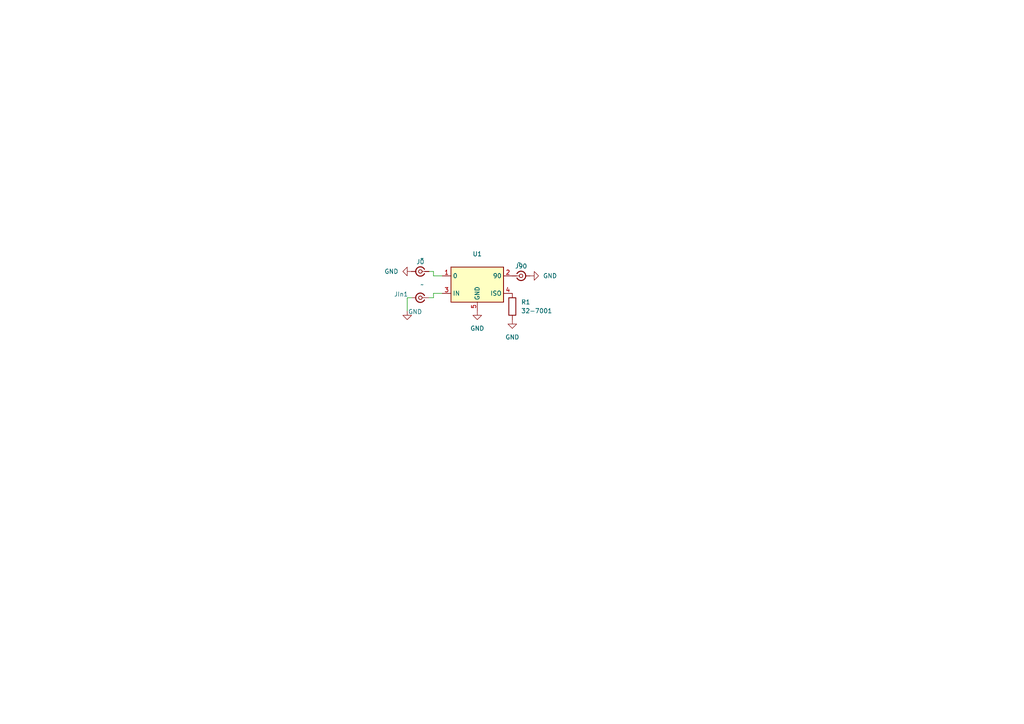
<source format=kicad_sch>
(kicad_sch (version 20231120) (generator "eeschema") (generator_version "8.0")
  (paper "A4")
  (lib_symbols
    (symbol "Connector:Conn_Coaxial_Small" (pin_numbers hide) (pin_names (offset 1.016) hide)
      (property "Reference" "J" (at 0.254 3.048 0))
      (property "Value" "Conn_Coaxial_Small" (at 0 -3.81 0))
      (symbol "Conn_Coaxial_Small_0_1"
        (polyline (pts (xy -2.54 0) (xy -0.508 0)))
        (circle (center 0 0) (radius 0.508) (stroke (width 0.2032)))
      )
      (symbol "Conn_Coaxial_Small_1_1"
        (arc (start -1.1916 -0.6311) (mid 0.327 -1.3081) (end 1.3484 0.0039) (stroke (width 0.3048)))
        (arc (start 1.3484 -0.0039) (mid 0.327 1.3081) (end -1.1916 0.6311) (stroke (width 0.3048)))
        (pin passive line (at -2.54 0 0) (length 1.27) (name "In") (number "1"))
        (pin passive line (at 2.54 0 180) (length 1.27) (name "Ext") (number "2"))
      )
    )
    (symbol "RfPowerLib:32-7001" (pin_numbers hide) (pin_names (offset 0))
      (property "Reference" "R" (at 2.032 0 90))
      (property "Value" "32-7001" (at 4.318 0 90))
      (symbol "32-7001_0_1"
        (rectangle (start -1.016 -2.54) (end 1.016 2.54) (stroke (width 0.254)))
      )
      (symbol "32-7001_1_1"
        (pin input line (at 0 3.81 270) (length 1.27) (name "~") (number "1"))
        (pin output line (at 0 -3.81 90) (length 1.27) (name "~") (number "2"))
      )
    )
    (symbol "Symbols:HybridCoupler"
      (property "Reference" "U" (at 0 0 0))
      (symbol "HybridCoupler_1_1"
        (rectangle (start -6.35 -1.27) (end 8.89 -11.43) (stroke (width 0.254)) (fill (type background)))
        (pin output line (at -8.89 -3.81 0) (length 2.54) (name "0") (number "1"))
        (pin output line (at 11.43 -3.81 180) (length 2.54) (name "90") (number "2"))
        (pin input line (at -8.89 -8.89 0) (length 2.54) (name "IN") (number "3"))
        (pin output line (at 11.43 -8.89 180) (length 2.54) (name "ISO") (number "4"))
        (pin output line (at 1.27 -13.97 90) (length 2.54) (name "GND") (number "5"))
      )
    )
    (symbol "power:GND" (power) (pin_numbers hide) (pin_names (offset 0) hide)
      (property "Value" "GND" (at 0 -3.81 0))
      (symbol "GND_0_1"
        (polyline (pts (xy 0 0) (xy 0 -1.27) (xy 1.27 -1.27) (xy 0 -2.54) (xy -1.27 -1.27) (xy 0 -1.27)))
      )
      (symbol "GND_1_1"
        (pin power_in line (at 0 0 270) (length 0) (name "~") (number "1"))
      )
    )
  )
  (wire (pts (xy 124.46 86.36) (xy 125.73 86.36)))
  (wire (pts (xy 124.46 78.74) (xy 125.73 78.74)))
  (wire (pts (xy 125.73 78.74) (xy 125.73 80.01)))
  (wire (pts (xy 125.73 80.01) (xy 128.27 80.01)))
  (wire (pts (xy 118.11 90.17) (xy 118.11 86.36)))
  (wire (pts (xy 119.38 86.36) (xy 118.11 86.36)))
  (wire (pts (xy 125.73 85.09) (xy 128.27 85.09)))
  (wire (pts (xy 125.73 86.36) (xy 125.73 85.09)))
  (symbol (lib_id "Connector:Conn_Coaxial_Small") (at 121.92 86.36 0) (mirror y) (unit 1)
    (property "Reference" "JIn1" (at 116.332 85.344 0))
    (property "Value" "~" (at 122.4396 82.55 0))
    (property "Footprint" "Connector_Coaxial:SMA_Samtec_SMA-J-P-X-ST-EM1_EdgeMount" (effects (hide yes)))
    (property "Description" "small coaxial connector (BNC, SMA, SMB, SMC, Cinch/RCA, LEMO, ...)" (effects (hide yes)))
  )
  (symbol (lib_id "power:GND") (at 118.11 90.17 0) (unit 1)
    (property "Reference" "#PWR04" (effects (hide yes)))
    (property "Value" "GND" (at 120.396 90.424 0))
    (property "Description" "Power symbol creates a global label with name \"GND\" , ground" (effects (hide yes)))
  )
  (symbol (lib_id "Connector:Conn_Coaxial_Small") (at 121.92 78.74 0) (mirror y) (unit 1)
    (property "Reference" "J0" (at 121.92 75.946 0))
    (property "Value" "~" (at 122.4396 74.93 0))
    (property "Footprint" "Connector_Coaxial:SMA_Samtec_SMA-J-P-X-ST-EM1_EdgeMount" (effects (hide yes)))
    (property "Description" "small coaxial connector (BNC, SMA, SMB, SMC, Cinch/RCA, LEMO, ...)" (effects (hide yes)))
  )
  (symbol (lib_id "Connector:Conn_Coaxial_Small") (at 151.13 80.01 0) (unit 1)
    (property "Reference" "J90" (at 151.13 77.216 0))
    (property "Value" "~" (at 150.6104 76.2 0))
    (property "Footprint" "Connector_Coaxial:SMA_Samtec_SMA-J-P-X-ST-EM1_EdgeMount" (effects (hide yes)))
    (property "Description" "small coaxial connector (BNC, SMA, SMB, SMC, Cinch/RCA, LEMO, ...)" (effects (hide yes)))
  )
  (symbol (lib_id "power:GND") (at 119.38 78.74 270) (unit 1)
    (property "Reference" "#PWR03" (effects (hide yes)))
    (property "Value" "GND" (at 115.57 78.7399 90) (effects (justify right)))
    (property "Description" "Power symbol creates a global label with name \"GND\" , ground" (effects (hide yes)))
  )
  (symbol (lib_id "RfPowerLib:32-7001") (at 148.59 88.9 0) (unit 1)
    (property "Reference" "R1" (at 151.13 87.6299 0) (effects (justify left)))
    (property "Value" "32-7001" (at 151.13 90.1699 0) (effects (justify left)))
    (property "Footprint" "Footprints:32-7001" (effects (hide yes)))
    (property "Description" "Resistor" (effects (hide yes)))
  )
  (symbol (lib_id "power:GND") (at 138.43 90.17 0) (unit 1)
    (property "Reference" "#PWR05" (effects (hide yes)))
    (property "Value" "GND" (at 138.43 95.25 0))
    (property "Description" "Power symbol creates a global label with name \"GND\" , ground" (effects (hide yes)))
  )
  (symbol (lib_id "power:GND") (at 148.59 92.71 0) (unit 1)
    (property "Reference" "#PWR01" (effects (hide yes)))
    (property "Value" "GND" (at 148.59 97.79 0))
    (property "Description" "Power symbol creates a global label with name \"GND\" , ground" (effects (hide yes)))
  )
  (symbol (lib_id "Symbols:HybridCoupler") (at 137.16 76.2 0) (unit 1)
    (property "Reference" "U1" (at 138.43 73.66 0))
    (property "Footprint" "Footprints:RfPower" (effects (hide yes)))
  )
  (symbol (lib_id "power:GND") (at 153.67 80.01 90) (unit 1)
    (property "Reference" "#PWR02" (effects (hide yes)))
    (property "Value" "GND" (at 157.48 80.0099 90) (effects (justify right)))
    (property "Description" "Power symbol creates a global label with name \"GND\" , ground" (effects (hide yes)))
  )
)
</source>
